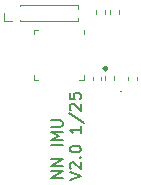
<source format=gbr>
%TF.GenerationSoftware,KiCad,Pcbnew,8.0.8-8.0.8-0~ubuntu22.04.1*%
%TF.CreationDate,2025-01-21T10:35:51-05:00*%
%TF.ProjectId,imu-board,696d752d-626f-4617-9264-2e6b69636164,rev?*%
%TF.SameCoordinates,Original*%
%TF.FileFunction,Legend,Top*%
%TF.FilePolarity,Positive*%
%FSLAX46Y46*%
G04 Gerber Fmt 4.6, Leading zero omitted, Abs format (unit mm)*
G04 Created by KiCad (PCBNEW 8.0.8-8.0.8-0~ubuntu22.04.1) date 2025-01-21 10:35:51*
%MOMM*%
%LPD*%
G01*
G04 APERTURE LIST*
%ADD10C,0.177800*%
%ADD11C,0.120000*%
%ADD12C,0.100000*%
%ADD13C,0.280494*%
G04 APERTURE END LIST*
D10*
X55468713Y-70138217D02*
X54503513Y-70138217D01*
X54503513Y-70138217D02*
X55468713Y-69586674D01*
X55468713Y-69586674D02*
X54503513Y-69586674D01*
X55468713Y-69127055D02*
X54503513Y-69127055D01*
X54503513Y-69127055D02*
X55468713Y-68575512D01*
X55468713Y-68575512D02*
X54503513Y-68575512D01*
X55468713Y-67380503D02*
X54503513Y-67380503D01*
X55468713Y-66920884D02*
X54503513Y-66920884D01*
X54503513Y-66920884D02*
X55192942Y-66599151D01*
X55192942Y-66599151D02*
X54503513Y-66277417D01*
X54503513Y-66277417D02*
X55468713Y-66277417D01*
X54503513Y-65817798D02*
X55284866Y-65817798D01*
X55284866Y-65817798D02*
X55376790Y-65771836D01*
X55376790Y-65771836D02*
X55422752Y-65725874D01*
X55422752Y-65725874D02*
X55468713Y-65633950D01*
X55468713Y-65633950D02*
X55468713Y-65450103D01*
X55468713Y-65450103D02*
X55422752Y-65358179D01*
X55422752Y-65358179D02*
X55376790Y-65312217D01*
X55376790Y-65312217D02*
X55284866Y-65266255D01*
X55284866Y-65266255D02*
X54503513Y-65266255D01*
X56057431Y-70276103D02*
X57022631Y-69954369D01*
X57022631Y-69954369D02*
X56057431Y-69632636D01*
X56149355Y-69356865D02*
X56103393Y-69310903D01*
X56103393Y-69310903D02*
X56057431Y-69218979D01*
X56057431Y-69218979D02*
X56057431Y-68989170D01*
X56057431Y-68989170D02*
X56103393Y-68897246D01*
X56103393Y-68897246D02*
X56149355Y-68851284D01*
X56149355Y-68851284D02*
X56241279Y-68805322D01*
X56241279Y-68805322D02*
X56333203Y-68805322D01*
X56333203Y-68805322D02*
X56471089Y-68851284D01*
X56471089Y-68851284D02*
X57022631Y-69402827D01*
X57022631Y-69402827D02*
X57022631Y-68805322D01*
X56930708Y-68391665D02*
X56976670Y-68345703D01*
X56976670Y-68345703D02*
X57022631Y-68391665D01*
X57022631Y-68391665D02*
X56976670Y-68437627D01*
X56976670Y-68437627D02*
X56930708Y-68391665D01*
X56930708Y-68391665D02*
X57022631Y-68391665D01*
X56057431Y-67748198D02*
X56057431Y-67656275D01*
X56057431Y-67656275D02*
X56103393Y-67564351D01*
X56103393Y-67564351D02*
X56149355Y-67518389D01*
X56149355Y-67518389D02*
X56241279Y-67472427D01*
X56241279Y-67472427D02*
X56425127Y-67426465D01*
X56425127Y-67426465D02*
X56654936Y-67426465D01*
X56654936Y-67426465D02*
X56838784Y-67472427D01*
X56838784Y-67472427D02*
X56930708Y-67518389D01*
X56930708Y-67518389D02*
X56976670Y-67564351D01*
X56976670Y-67564351D02*
X57022631Y-67656275D01*
X57022631Y-67656275D02*
X57022631Y-67748198D01*
X57022631Y-67748198D02*
X56976670Y-67840122D01*
X56976670Y-67840122D02*
X56930708Y-67886084D01*
X56930708Y-67886084D02*
X56838784Y-67932046D01*
X56838784Y-67932046D02*
X56654936Y-67978008D01*
X56654936Y-67978008D02*
X56425127Y-67978008D01*
X56425127Y-67978008D02*
X56241279Y-67932046D01*
X56241279Y-67932046D02*
X56149355Y-67886084D01*
X56149355Y-67886084D02*
X56103393Y-67840122D01*
X56103393Y-67840122D02*
X56057431Y-67748198D01*
X57022631Y-65771837D02*
X57022631Y-66323380D01*
X57022631Y-66047608D02*
X56057431Y-66047608D01*
X56057431Y-66047608D02*
X56195317Y-66139532D01*
X56195317Y-66139532D02*
X56287241Y-66231456D01*
X56287241Y-66231456D02*
X56333203Y-66323380D01*
X56011470Y-64668751D02*
X57252441Y-65496066D01*
X56149355Y-64392980D02*
X56103393Y-64347018D01*
X56103393Y-64347018D02*
X56057431Y-64255094D01*
X56057431Y-64255094D02*
X56057431Y-64025285D01*
X56057431Y-64025285D02*
X56103393Y-63933361D01*
X56103393Y-63933361D02*
X56149355Y-63887399D01*
X56149355Y-63887399D02*
X56241279Y-63841437D01*
X56241279Y-63841437D02*
X56333203Y-63841437D01*
X56333203Y-63841437D02*
X56471089Y-63887399D01*
X56471089Y-63887399D02*
X57022631Y-64438942D01*
X57022631Y-64438942D02*
X57022631Y-63841437D01*
X56057431Y-62968161D02*
X56057431Y-63427780D01*
X56057431Y-63427780D02*
X56517050Y-63473742D01*
X56517050Y-63473742D02*
X56471089Y-63427780D01*
X56471089Y-63427780D02*
X56425127Y-63335856D01*
X56425127Y-63335856D02*
X56425127Y-63106047D01*
X56425127Y-63106047D02*
X56471089Y-63014123D01*
X56471089Y-63014123D02*
X56517050Y-62968161D01*
X56517050Y-62968161D02*
X56608974Y-62922199D01*
X56608974Y-62922199D02*
X56838784Y-62922199D01*
X56838784Y-62922199D02*
X56930708Y-62968161D01*
X56930708Y-62968161D02*
X56976670Y-63014123D01*
X56976670Y-63014123D02*
X57022631Y-63106047D01*
X57022631Y-63106047D02*
X57022631Y-63335856D01*
X57022631Y-63335856D02*
X56976670Y-63427780D01*
X56976670Y-63427780D02*
X56930708Y-63473742D01*
D11*
%TO.C,C2*%
X58040000Y-61592164D02*
X58040000Y-61807836D01*
X58760000Y-61592164D02*
X58760000Y-61807836D01*
%TO.C,U3*%
X53040000Y-57590000D02*
X53415000Y-57590000D01*
X53040000Y-57965000D02*
X53040000Y-57590000D01*
X53040000Y-61435000D02*
X53040000Y-61810000D01*
X53040000Y-61810000D02*
X53415000Y-61810000D01*
X57260000Y-57965000D02*
X57260000Y-57590000D01*
X57260000Y-61435000D02*
X57260000Y-61810000D01*
X57260000Y-61810000D02*
X56885000Y-61810000D01*
D12*
%TO.C,D1*%
X60450000Y-62790000D02*
G75*
G02*
X60350000Y-62790000I-50000J0D01*
G01*
X60350000Y-62790000D02*
G75*
G02*
X60450000Y-62790000I50000J0D01*
G01*
%TO.C,U2*%
D13*
X59240247Y-60900000D02*
G75*
G02*
X58959753Y-60900000I-140247J0D01*
G01*
X58959753Y-60900000D02*
G75*
G02*
X59240247Y-60900000I140247J0D01*
G01*
D11*
%TO.C,R1*%
X59020000Y-61546359D02*
X59020000Y-61853641D01*
X59780000Y-61546359D02*
X59780000Y-61853641D01*
%TO.C,JP1*%
X58320000Y-56253641D02*
X58320000Y-55946359D01*
X59080000Y-56253641D02*
X59080000Y-55946359D01*
%TO.C,JP2*%
X59520000Y-56253641D02*
X59520000Y-55946359D01*
X60280000Y-56253641D02*
X60280000Y-55946359D01*
%TO.C,J3*%
X50515000Y-56895000D02*
X50515000Y-56200000D01*
X51200000Y-56895000D02*
X50515000Y-56895000D01*
X51885000Y-55505000D02*
X56760000Y-55505000D01*
X51885000Y-55591724D02*
X51885000Y-55505000D01*
X51885000Y-56895000D02*
X51885000Y-56808276D01*
X51885000Y-56895000D02*
X56760000Y-56895000D01*
X56760000Y-55805507D02*
X56760000Y-55505000D01*
X56760000Y-56895000D02*
X56760000Y-56594493D01*
%TO.C,C1*%
X61040000Y-61592164D02*
X61040000Y-61807836D01*
X61760000Y-61592164D02*
X61760000Y-61807836D01*
%TD*%
M02*

</source>
